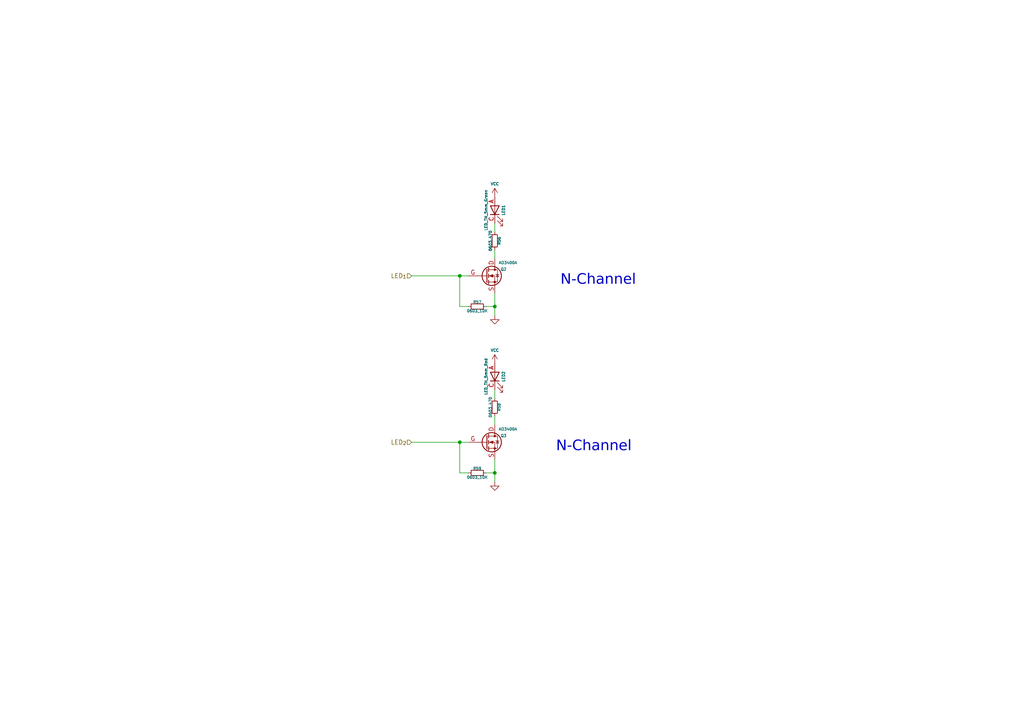
<source format=kicad_sch>
(kicad_sch (version 20231120) (generator "eeschema") (generator_version "8.0")
  (paper "A4")
  (lib_symbols
    (symbol "AO3400A_1" (pin_names hide)
      (property "Reference" "Q" (at 5.08 1.905 0))
      (property "Value" "AO3400A" (at 6.35 3.81 0))
      (symbol "AO3400A_1_0_1"
        (polyline (pts (xy 0.254 0) (xy -2.54 0)))
        (polyline (pts (xy 0.254 1.905) (xy 0.254 -1.905)) (stroke (width 0.254)))
        (polyline (pts (xy 0.762 -1.27) (xy 0.762 -2.286)) (stroke (width 0.254)))
        (polyline (pts (xy 0.762 0.508) (xy 0.762 -0.508)) (stroke (width 0.254)))
        (polyline (pts (xy 0.762 2.286) (xy 0.762 1.27)) (stroke (width 0.254)))
        (polyline (pts (xy 2.54 2.54) (xy 2.54 1.778)))
        (polyline (pts (xy 2.54 -2.54) (xy 2.54 0) (xy 0.762 0)))
        (polyline (pts (xy 0.762 -1.778) (xy 3.302 -1.778) (xy 3.302 1.778) (xy 0.762 1.778)))
        (polyline (pts (xy 1.016 0) (xy 2.032 0.381) (xy 2.032 -0.381) (xy 1.016 0)) (fill (type outline)))
        (polyline (pts (xy 2.794 0.508) (xy 2.921 0.381) (xy 3.683 0.381) (xy 3.81 0.254)))
        (polyline (pts (xy 3.302 0.381) (xy 2.921 -0.254) (xy 3.683 -0.254) (xy 3.302 0.381)))
        (circle (center 1.651 0) (radius 2.794) (stroke (width 0.254)))
        (circle (center 2.54 -1.778) (radius 0.254) (fill (type outline)))
        (circle (center 2.54 1.778) (radius 0.254) (fill (type outline)))
      )
      (symbol "AO3400A_1_1_1"
        (pin passive line (at 2.54 5.08 270) (length 2.54) (name "D") (number "D"))
        (pin input line (at -5.08 0 0) (length 2.54) (name "G") (number "G"))
        (pin passive line (at 2.54 -5.08 90) (length 2.54) (name "S") (number "S"))
      )
    )
    (symbol "Commons:AO3400A" (pin_names hide)
      (property "Reference" "Q" (at 5.08 1.905 0))
      (property "Value" "AO3400A" (at 6.35 3.81 0))
      (symbol "AO3400A_0_1"
        (polyline (pts (xy 0.254 0) (xy -2.54 0)))
        (polyline (pts (xy 0.254 1.905) (xy 0.254 -1.905)) (stroke (width 0.254)))
        (polyline (pts (xy 0.762 -1.27) (xy 0.762 -2.286)) (stroke (width 0.254)))
        (polyline (pts (xy 0.762 0.508) (xy 0.762 -0.508)) (stroke (width 0.254)))
        (polyline (pts (xy 0.762 2.286) (xy 0.762 1.27)) (stroke (width 0.254)))
        (polyline (pts (xy 2.54 2.54) (xy 2.54 1.778)))
        (polyline (pts (xy 2.54 -2.54) (xy 2.54 0) (xy 0.762 0)))
        (polyline (pts (xy 0.762 -1.778) (xy 3.302 -1.778) (xy 3.302 1.778) (xy 0.762 1.778)))
        (polyline (pts (xy 1.016 0) (xy 2.032 0.381) (xy 2.032 -0.381) (xy 1.016 0)) (fill (type outline)))
        (polyline (pts (xy 2.794 0.508) (xy 2.921 0.381) (xy 3.683 0.381) (xy 3.81 0.254)))
        (polyline (pts (xy 3.302 0.381) (xy 2.921 -0.254) (xy 3.683 -0.254) (xy 3.302 0.381)))
        (circle (center 1.651 0) (radius 2.794) (stroke (width 0.254)))
        (circle (center 2.54 -1.778) (radius 0.254) (fill (type outline)))
        (circle (center 2.54 1.778) (radius 0.254) (fill (type outline)))
      )
      (symbol "AO3400A_1_1"
        (pin passive line (at 2.54 5.08 270) (length 2.54) (name "D") (number "D"))
        (pin input line (at -5.08 0 0) (length 2.54) (name "G") (number "G"))
        (pin passive line (at 2.54 -5.08 90) (length 2.54) (name "S") (number "S"))
      )
    )
    (symbol "Generic:LED_TH_5mm_Green" (pin_names (offset 1.016) hide)
      (property "Reference" "LED" (at 0 -2.54 0))
      (property "Value" "LED_TH_5mm_Green" (at 0 2.54 0))
      (symbol "LED_TH_5mm_Green_0_1"
        (polyline (pts (xy -1.27 -1.27) (xy -1.27 1.27)) (stroke (width 0.254)))
        (polyline (pts (xy -1.27 0) (xy 1.27 0)))
        (polyline (pts (xy 1.27 -1.27) (xy 1.27 1.27) (xy -1.27 0) (xy 1.27 -1.27)) (stroke (width 0.254)))
        (polyline (pts (xy -3.048 -0.762) (xy -4.572 -2.286) (xy -3.81 -2.286) (xy -4.572 -2.286) (xy -4.572 -1.524)))
        (polyline (pts (xy -1.778 -0.762) (xy -3.302 -2.286) (xy -2.54 -2.286) (xy -3.302 -2.286) (xy -3.302 -1.524)))
      )
      (symbol "LED_TH_5mm_Green_1_1"
        (pin passive line (at 3.81 0 180) (length 2.54) (name "A") (number "A"))
        (pin passive line (at -3.81 0 0) (length 2.54) (name "C") (number "C"))
      )
    )
    (symbol "Generic:LED_TH_5mm_Red" (pin_names (offset 1.016) hide)
      (property "Reference" "LED" (at 0 -2.54 0))
      (property "Value" "LED_TH_5mm_Red" (at 0 2.54 0))
      (symbol "LED_TH_5mm_Red_0_1"
        (polyline (pts (xy -1.27 -1.27) (xy -1.27 1.27)) (stroke (width 0.254)))
        (polyline (pts (xy -1.27 0) (xy 1.27 0)))
        (polyline (pts (xy 1.27 -1.27) (xy 1.27 1.27) (xy -1.27 0) (xy 1.27 -1.27)) (stroke (width 0.254)))
        (polyline (pts (xy -3.048 -0.762) (xy -4.572 -2.286) (xy -3.81 -2.286) (xy -4.572 -2.286) (xy -4.572 -1.524)))
        (polyline (pts (xy -1.778 -0.762) (xy -3.302 -2.286) (xy -2.54 -2.286) (xy -3.302 -2.286) (xy -3.302 -1.524)))
      )
      (symbol "LED_TH_5mm_Red_1_1"
        (pin passive line (at 3.81 0 180) (length 2.54) (name "A") (number "A"))
        (pin passive line (at -3.81 0 0) (length 2.54) (name "C") (number "C"))
      )
    )
    (symbol "Resistors:0603_10K" (pin_numbers hide) (pin_names (offset 0.254) hide)
      (property "Reference" "R" (at 0 1.27 0))
      (property "Value" "0603_10K" (at 0 -1.27 0))
      (symbol "0603_10K_0_1"
        (rectangle (start -1.778 0.762) (end 1.778 -0.762) (stroke (width 0.2032)))
      )
      (symbol "0603_10K_1_1"
        (pin passive line (at -2.54 0 0) (length 0.762) (name "~") (number "1"))
        (pin passive line (at 2.54 0 180) (length 0.762) (name "~") (number "2"))
      )
    )
    (symbol "Resistors:0603_470" (pin_numbers hide) (pin_names (offset 0.254) hide)
      (property "Reference" "R" (at 0 1.27 0))
      (property "Value" "0603_470" (at 0 -1.27 0))
      (symbol "0603_470_0_1"
        (rectangle (start -1.778 0.762) (end 1.778 -0.762) (stroke (width 0.2032)))
      )
      (symbol "0603_470_1_1"
        (pin passive line (at -2.54 0 0) (length 0.762) (name "~") (number "1"))
        (pin passive line (at 2.54 0 180) (length 0.762) (name "~") (number "2"))
      )
    )
    (symbol "power:GND" (power) (pin_names (offset 0))
      (property "Value" "GND" (at 0 -3.81 0))
      (symbol "GND_0_1"
        (polyline (pts (xy 0 0) (xy 0 -1.27) (xy 1.27 -1.27) (xy 0 -2.54) (xy -1.27 -1.27) (xy 0 -1.27)))
      )
      (symbol "GND_1_1"
        (pin power_in line (at 0 0 270) (length 0) hide (name "GND") (number "1"))
      )
    )
    (symbol "power:VCC" (power) (pin_names (offset 0))
      (property "Value" "VCC" (at 0 3.81 0))
      (symbol "VCC_0_1"
        (polyline (pts (xy -0.762 1.27) (xy 0 2.54)))
        (polyline (pts (xy 0 0) (xy 0 2.54)))
        (polyline (pts (xy 0 2.54) (xy 0.762 1.27)))
      )
      (symbol "VCC_1_1"
        (pin power_in line (at 0 0 90) (length 0) hide (name "VCC") (number "1"))
      )
    )
  )
  (junction (at 143.51 88.9))
  (junction (at 133.35 80.01))
  (junction (at 133.35 128.27))
  (junction (at 143.51 137.16))
  (wire (pts (xy 143.51 137.16) (xy 143.51 139.7)))
  (wire (pts (xy 140.97 88.9) (xy 143.51 88.9)))
  (wire (pts (xy 133.35 137.16) (xy 135.89 137.16)))
  (wire (pts (xy 119.38 128.27) (xy 133.35 128.27)))
  (wire (pts (xy 143.51 115.57) (xy 143.51 113.03)))
  (wire (pts (xy 133.35 88.9) (xy 135.89 88.9)))
  (wire (pts (xy 143.51 67.31) (xy 143.51 64.77)))
  (wire (pts (xy 143.51 133.35) (xy 143.51 137.16)))
  (wire (pts (xy 143.51 120.65) (xy 143.51 123.19)))
  (wire (pts (xy 133.35 80.01) (xy 133.35 88.9)))
  (wire (pts (xy 119.38 80.01) (xy 133.35 80.01)))
  (wire (pts (xy 140.97 137.16) (xy 143.51 137.16)))
  (wire (pts (xy 133.35 128.27) (xy 133.35 137.16)))
  (wire (pts (xy 143.51 88.9) (xy 143.51 91.44)))
  (wire (pts (xy 133.35 80.01) (xy 135.89 80.01)))
  (wire (pts (xy 143.51 85.09) (xy 143.51 88.9)))
  (wire (pts (xy 133.35 128.27) (xy 135.89 128.27)))
  (wire (pts (xy 143.51 72.39) (xy 143.51 74.93)))
  (text "N-Channel" (at 161.29 132.08 0) (effects (font (size 3 3)) (justify left bottom)))
  (text "N-Channel" (at 162.56 83.82 0) (effects (font (size 3 3)) (justify left bottom)))
  (hierarchical_label "LED_{1}" (shape input) (at 119.38 80.01 180))
  (hierarchical_label "LED_{2}" (shape input) (at 119.38 128.27 180))
  (symbol (lib_id "Generic:LED_TH_5mm_Green") (at 143.51 60.96 90) (unit 1)
    (property "Reference" "LED1" (at 146.05 60.96 0) (effects (font (size 0.8 0.8))))
    (property "Value" "LED_TH_5mm_Green" (at 140.97 60.96 0) (effects (font (size 0.8 0.8))))
    (property "Footprint" "Generic:LED_D5.0mm_Green" (effects (hide yes)))
    (property "Type" "Manual" (effects (hide yes)))
  )
  (symbol (lib_id "Resistors:0603_470") (at 143.51 118.11 270) (mirror x) (unit 1)
    (property "Reference" "R58" (at 144.78 118.11 0) (effects (font (size 0.8 0.8))))
    (property "Value" "0603_470" (at 142.24 118.11 0) (effects (font (size 0.8 0.8))))
    (property "Footprint" "Resistors:R_0603" (effects (hide yes)))
    (property "Datasheet" "https://datasheet.lcsc.com/lcsc/2206010200_UNI-ROYAL-Uniroyal-Elec-0805W8F4700T5E_C17710.pdf" (effects (hide yes)))
    (property "LCSC" "C23179" (effects (hide yes)))
    (property "MFR" "0603WAF4700T5E" (effects (hide yes)))
    (property "Type" "Basic" (effects (hide yes)))
  )
  (symbol (lib_id "Resistors:0603_10K") (at 138.43 88.9 0) (unit 1)
    (property "Reference" "R57" (at 138.43 87.63 0) (effects (font (size 0.8 0.8))))
    (property "Value" "0603_10K" (at 138.43 90.17 0) (effects (font (size 0.8 0.8))))
    (property "Footprint" "Resistors:R_0603" (effects (hide yes)))
    (property "Datasheet" "https://datasheet.lcsc.com/lcsc/2206010216_UNI-ROYAL-Uniroyal-Elec-0805W8F1002T5E_C17414.pdf" (effects (hide yes)))
    (property "LCSC" "C25804" (effects (hide yes)))
    (property "MFR" "0603WAF1002T5E" (effects (hide yes)))
    (property "Type" "Basic" (effects (hide yes)))
  )
  (symbol (lib_id "power:GND") (at 143.51 91.44 0) (unit 1)
    (property "Reference" "#PWR0131" (effects (hide yes)))
    (property "Value" "GND" (effects (hide yes)))
  )
  (symbol (lib_id "power:GND") (at 143.51 139.7 0) (unit 1)
    (property "Reference" "#PWR0133" (effects (hide yes)))
    (property "Value" "GND" (effects (hide yes)))
  )
  (symbol (lib_id "Generic:LED_TH_5mm_Red") (at 143.51 109.22 90) (unit 1)
    (property "Reference" "LED2" (at 146.05 109.22 0) (effects (font (size 0.8 0.8))))
    (property "Value" "LED_TH_5mm_Red" (at 140.97 109.22 0) (effects (font (size 0.8 0.8))))
    (property "Footprint" "Generic:LED_D5.0mm_Red" (effects (hide yes)))
    (property "Type" "Manual" (effects (hide yes)))
  )
  (symbol (lib_id "Resistors:0603_10K") (at 138.43 137.16 0) (unit 1)
    (property "Reference" "R59" (at 138.43 135.89 0) (effects (font (size 0.8 0.8))))
    (property "Value" "0603_10K" (at 138.43 138.43 0) (effects (font (size 0.8 0.8))))
    (property "Footprint" "Resistors:R_0603" (effects (hide yes)))
    (property "Datasheet" "https://datasheet.lcsc.com/lcsc/2206010216_UNI-ROYAL-Uniroyal-Elec-0805W8F1002T5E_C17414.pdf" (effects (hide yes)))
    (property "LCSC" "C25804" (effects (hide yes)))
    (property "MFR" "0603WAF1002T5E" (effects (hide yes)))
    (property "Type" "Basic" (effects (hide yes)))
  )
  (symbol (lib_id "Resistors:0603_470") (at 143.51 69.85 270) (mirror x) (unit 1)
    (property "Reference" "R56" (at 144.78 69.85 0) (effects (font (size 0.8 0.8))))
    (property "Value" "0603_470" (at 142.24 69.85 0) (effects (font (size 0.8 0.8))))
    (property "Footprint" "Resistors:R_0603" (effects (hide yes)))
    (property "Datasheet" "https://datasheet.lcsc.com/lcsc/2206010200_UNI-ROYAL-Uniroyal-Elec-0805W8F4700T5E_C17710.pdf" (effects (hide yes)))
    (property "LCSC" "C23179" (effects (hide yes)))
    (property "MFR" "0603WAF4700T5E" (effects (hide yes)))
    (property "Type" "Basic" (effects (hide yes)))
  )
  (symbol (lib_id "power:VCC") (at 143.51 105.41 0) (mirror y) (unit 1)
    (property "Reference" "#PWR0132" (effects (hide yes)))
    (property "Value" "VCC" (at 143.51 101.6 0) (effects (font (size 0.8 0.8))))
  )
  (symbol (lib_name "AO3400A_1") (lib_id "Commons:AO3400A") (at 140.97 80.01 0) (unit 1)
    (property "Reference" "Q2" (at 146.05 78.105 0) (effects (font (size 0.8 0.8))))
    (property "Value" "AO3400A" (at 147.32 76.2 0) (effects (font (size 0.8 0.8))))
    (property "Footprint" "Commons:AO3400A" (effects (hide yes)))
    (property "Datasheet" "https://datasheet.lcsc.com/lcsc/1811081213_Alpha---Omega-Semicon-AO3400A_C20917.pdf" (effects (hide yes)))
    (property "LCSC" "C20917" (effects (hide yes)))
    (property "MFR" "AO3400A" (effects (hide yes)))
    (property "Type" "Basic" (effects (hide yes)))
  )
  (symbol (lib_id "power:VCC") (at 143.51 57.15 0) (mirror y) (unit 1)
    (property "Reference" "#PWR0130" (effects (hide yes)))
    (property "Value" "VCC" (at 143.51 53.34 0) (effects (font (size 0.8 0.8))))
  )
  (symbol (lib_id "Commons:AO3400A") (at 140.97 128.27 0) (unit 1)
    (property "Reference" "Q3" (at 146.05 126.365 0) (effects (font (size 0.8 0.8))))
    (property "Value" "AO3400A" (at 147.32 124.46 0) (effects (font (size 0.8 0.8))))
    (property "Footprint" "Commons:AO3400A" (effects (hide yes)))
    (property "Datasheet" "https://datasheet.lcsc.com/lcsc/1811081213_Alpha---Omega-Semicon-AO3400A_C20917.pdf" (effects (hide yes)))
    (property "LCSC" "C20917" (effects (hide yes)))
    (property "MFR" "AO3400A" (effects (hide yes)))
    (property "Type" "Basic" (effects (hide yes)))
  )
)
</source>
